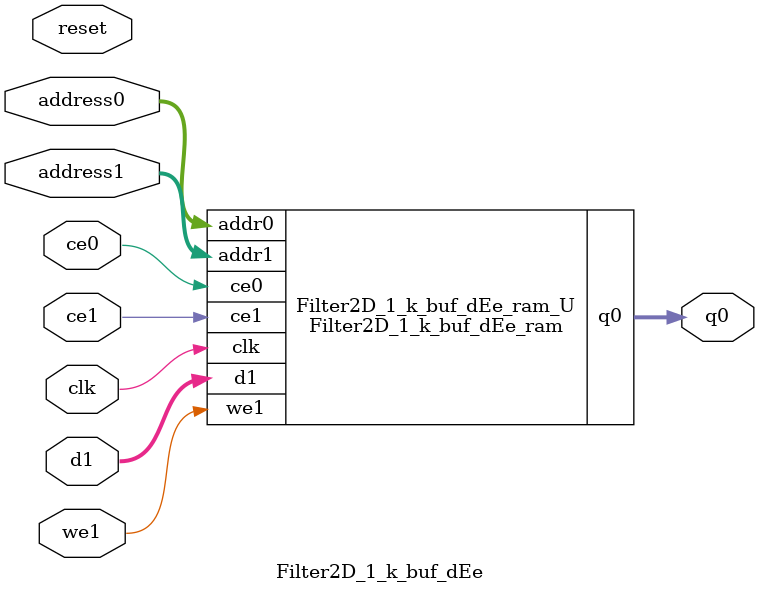
<source format=v>
`timescale 1 ns / 1 ps
module Filter2D_1_k_buf_dEe_ram (addr0, ce0, q0, addr1, ce1, d1, we1,  clk);

parameter DWIDTH = 8;
parameter AWIDTH = 7;
parameter MEM_SIZE = 100;

input[AWIDTH-1:0] addr0;
input ce0;
output reg[DWIDTH-1:0] q0;
input[AWIDTH-1:0] addr1;
input ce1;
input[DWIDTH-1:0] d1;
input we1;
input clk;

(* ram_style = "distributed" *)reg [DWIDTH-1:0] ram[0:MEM_SIZE-1];




always @(posedge clk)  
begin 
    if (ce0) 
    begin
        q0 <= ram[addr0];
    end
end


always @(posedge clk)  
begin 
    if (ce1) 
    begin
        if (we1) 
        begin 
            ram[addr1] <= d1; 
        end 
    end
end


endmodule

`timescale 1 ns / 1 ps
module Filter2D_1_k_buf_dEe(
    reset,
    clk,
    address0,
    ce0,
    q0,
    address1,
    ce1,
    we1,
    d1);

parameter DataWidth = 32'd8;
parameter AddressRange = 32'd100;
parameter AddressWidth = 32'd7;
input reset;
input clk;
input[AddressWidth - 1:0] address0;
input ce0;
output[DataWidth - 1:0] q0;
input[AddressWidth - 1:0] address1;
input ce1;
input we1;
input[DataWidth - 1:0] d1;



Filter2D_1_k_buf_dEe_ram Filter2D_1_k_buf_dEe_ram_U(
    .clk( clk ),
    .addr0( address0 ),
    .ce0( ce0 ),
    .q0( q0 ),
    .addr1( address1 ),
    .ce1( ce1 ),
    .we1( we1 ),
    .d1( d1 ));

endmodule


</source>
